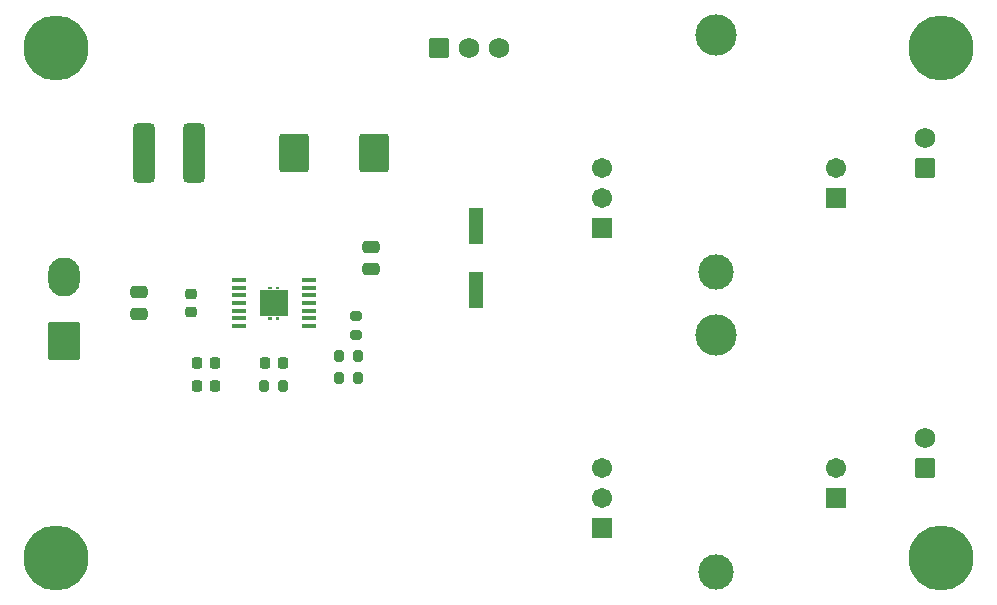
<source format=gbr>
%TF.GenerationSoftware,KiCad,Pcbnew,8.0.3*%
%TF.CreationDate,2024-11-26T12:10:15-08:00*%
%TF.ProjectId,IlluminationControlBoard,496c6c75-6d69-46e6-9174-696f6e436f6e,rev?*%
%TF.SameCoordinates,Original*%
%TF.FileFunction,Soldermask,Top*%
%TF.FilePolarity,Negative*%
%FSLAX46Y46*%
G04 Gerber Fmt 4.6, Leading zero omitted, Abs format (unit mm)*
G04 Created by KiCad (PCBNEW 8.0.3) date 2024-11-26 12:10:15*
%MOMM*%
%LPD*%
G01*
G04 APERTURE LIST*
G04 Aperture macros list*
%AMRoundRect*
0 Rectangle with rounded corners*
0 $1 Rounding radius*
0 $2 $3 $4 $5 $6 $7 $8 $9 X,Y pos of 4 corners*
0 Add a 4 corners polygon primitive as box body*
4,1,4,$2,$3,$4,$5,$6,$7,$8,$9,$2,$3,0*
0 Add four circle primitives for the rounded corners*
1,1,$1+$1,$2,$3*
1,1,$1+$1,$4,$5*
1,1,$1+$1,$6,$7*
1,1,$1+$1,$8,$9*
0 Add four rect primitives between the rounded corners*
20,1,$1+$1,$2,$3,$4,$5,0*
20,1,$1+$1,$4,$5,$6,$7,0*
20,1,$1+$1,$6,$7,$8,$9,0*
20,1,$1+$1,$8,$9,$2,$3,0*%
G04 Aperture macros list end*
%ADD10C,0.000000*%
%ADD11C,5.500000*%
%ADD12RoundRect,0.250000X-1.000000X1.400000X-1.000000X-1.400000X1.000000X-1.400000X1.000000X1.400000X0*%
%ADD13C,3.500000*%
%ADD14C,3.000000*%
%ADD15R,1.716000X1.716000*%
%ADD16C,1.716000*%
%ADD17RoundRect,0.250000X-0.475000X0.250000X-0.475000X-0.250000X0.475000X-0.250000X0.475000X0.250000X0*%
%ADD18RoundRect,0.250000X0.620000X-0.620000X0.620000X0.620000X-0.620000X0.620000X-0.620000X-0.620000X0*%
%ADD19C,1.740000*%
%ADD20RoundRect,0.200000X-0.200000X-0.275000X0.200000X-0.275000X0.200000X0.275000X-0.200000X0.275000X0*%
%ADD21RoundRect,0.225000X-0.225000X-0.250000X0.225000X-0.250000X0.225000X0.250000X-0.225000X0.250000X0*%
%ADD22RoundRect,0.225000X0.225000X0.250000X-0.225000X0.250000X-0.225000X-0.250000X0.225000X-0.250000X0*%
%ADD23RoundRect,0.225000X-0.250000X0.225000X-0.250000X-0.225000X0.250000X-0.225000X0.250000X0.225000X0*%
%ADD24RoundRect,0.200000X0.200000X0.275000X-0.200000X0.275000X-0.200000X-0.275000X0.200000X-0.275000X0*%
%ADD25RoundRect,0.250001X1.099999X1.399999X-1.099999X1.399999X-1.099999X-1.399999X1.099999X-1.399999X0*%
%ADD26O,2.700000X3.300000*%
%ADD27RoundRect,0.475000X-0.475000X-2.075000X0.475000X-2.075000X0.475000X2.075000X-0.475000X2.075000X0*%
%ADD28RoundRect,0.200000X-0.275000X0.200000X-0.275000X-0.200000X0.275000X-0.200000X0.275000X0.200000X0*%
%ADD29RoundRect,0.250000X0.475000X-0.250000X0.475000X0.250000X-0.475000X0.250000X-0.475000X-0.250000X0*%
%ADD30RoundRect,0.250000X-0.620000X-0.620000X0.620000X-0.620000X0.620000X0.620000X-0.620000X0.620000X0*%
%ADD31R,1.270000X0.304800*%
%ADD32R,2.460000X2.310000*%
%ADD33R,1.219200X3.098800*%
G04 APERTURE END LIST*
D10*
%TO.C,U3*%
G36*
X47450000Y-49645000D02*
G01*
X47150000Y-49645000D01*
X47150000Y-49395000D01*
X47450000Y-49395000D01*
X47450000Y-49645000D01*
G37*
G36*
X47450000Y-52205000D02*
G01*
X47150000Y-52205000D01*
X47150000Y-51955000D01*
X47450000Y-51955000D01*
X47450000Y-52205000D01*
G37*
G36*
X48100000Y-49645000D02*
G01*
X47800000Y-49645000D01*
X47800000Y-49395000D01*
X48100000Y-49395000D01*
X48100000Y-49645000D01*
G37*
G36*
X48100000Y-52205000D02*
G01*
X47800000Y-52205000D01*
X47800000Y-51955000D01*
X48100000Y-51955000D01*
X48100000Y-52205000D01*
G37*
%TD*%
D11*
%TO.C,REF\u002A\u002A*%
X29210000Y-29210000D03*
%TD*%
D12*
%TO.C,D1*%
X56105000Y-38100000D03*
X49305000Y-38100000D03*
%TD*%
D11*
%TO.C,REF\u002A\u002A*%
X104140000Y-72390000D03*
%TD*%
D13*
%TO.C,U2*%
X85090000Y-53467000D03*
D14*
X85090000Y-73533000D03*
D15*
X75438000Y-69850000D03*
D16*
X75438000Y-67310000D03*
X75438000Y-64770000D03*
X95250000Y-64770000D03*
D15*
X95250000Y-67310000D03*
%TD*%
D17*
%TO.C,C1*%
X36195000Y-49850000D03*
X36195000Y-51750000D03*
%TD*%
D18*
%TO.C,J2*%
X102755000Y-64770000D03*
D19*
X102755000Y-62230000D03*
%TD*%
D20*
%TO.C,R3*%
X53150000Y-57150000D03*
X54800000Y-57150000D03*
%TD*%
D21*
%TO.C,C3*%
X41135000Y-55880000D03*
X42685000Y-55880000D03*
%TD*%
D11*
%TO.C,REF\u002A\u002A*%
X104140000Y-29210000D03*
%TD*%
D22*
%TO.C,C4*%
X48400000Y-55880000D03*
X46850000Y-55880000D03*
%TD*%
D23*
%TO.C,C2*%
X40640000Y-50025000D03*
X40640000Y-51575000D03*
%TD*%
D24*
%TO.C,R4*%
X54800000Y-55245000D03*
X53150000Y-55245000D03*
%TD*%
D25*
%TO.C,J3*%
X29845000Y-54050000D03*
D26*
X29845000Y-48550000D03*
%TD*%
D27*
%TO.C,L1*%
X36635000Y-38100000D03*
X40835000Y-38100000D03*
%TD*%
D28*
%TO.C,R1*%
X54610000Y-51880000D03*
X54610000Y-53530000D03*
%TD*%
D11*
%TO.C,REF\u002A\u002A*%
X29210000Y-72390000D03*
%TD*%
D29*
%TO.C,C7*%
X55880000Y-47940000D03*
X55880000Y-46040000D03*
%TD*%
D22*
%TO.C,C5*%
X42685000Y-57785000D03*
X41135000Y-57785000D03*
%TD*%
D18*
%TO.C,J1*%
X102755000Y-39370000D03*
D19*
X102755000Y-36830000D03*
%TD*%
D30*
%TO.C,J4*%
X61595000Y-29210000D03*
D19*
X64135000Y-29210000D03*
X66675000Y-29210000D03*
%TD*%
D13*
%TO.C,U1*%
X85090000Y-28067000D03*
D14*
X85090000Y-48133000D03*
D15*
X75438000Y-44450000D03*
D16*
X75438000Y-41910000D03*
X75438000Y-39370000D03*
X95250000Y-39370000D03*
D15*
X95250000Y-41910000D03*
%TD*%
D31*
%TO.C,U3*%
X44653200Y-48849966D03*
X44653200Y-49499977D03*
X44653200Y-50149989D03*
X44653200Y-50800000D03*
X44653200Y-51450011D03*
X44653200Y-52100023D03*
X44653200Y-52750034D03*
X50596800Y-52750034D03*
X50596800Y-52100023D03*
X50596800Y-51450011D03*
X50596800Y-50800000D03*
X50596800Y-50149989D03*
X50596800Y-49499977D03*
X50596800Y-48849966D03*
D32*
X47625000Y-50800000D03*
%TD*%
D33*
%TO.C,C6*%
X64770000Y-44284900D03*
X64770000Y-49695100D03*
%TD*%
D24*
%TO.C,R2*%
X48450000Y-57785000D03*
X46800000Y-57785000D03*
%TD*%
M02*

</source>
